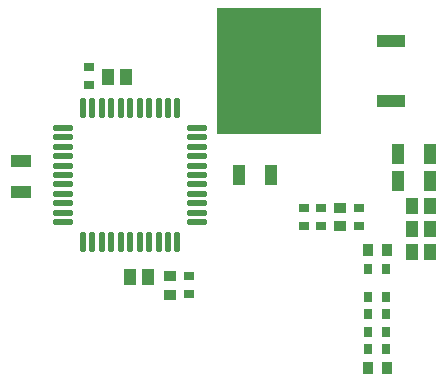
<source format=gtp>
%FSDAX24Y24*%
%MOIN*%
%SFA1B1*%

%IPPOS*%
%ADD10R,0.043300X0.055100*%
%ADD11R,0.035400X0.027600*%
%ADD12R,0.039400X0.037400*%
%ADD13R,0.043300X0.066900*%
%ADD14R,0.066900X0.043300*%
%ADD15R,0.350400X0.419300*%
%ADD16R,0.094500X0.041300*%
%ADD17R,0.037400X0.039400*%
%ADD18R,0.027600X0.035400*%
%ADD19O,0.021700X0.068900*%
%ADD20O,0.068900X0.021700*%
%LNmetr4810_pcb_c_layout-1*%
%LPD*%
G54D10*
X019803Y006529D03*
X020394D03*
X019803Y008068D03*
X020394D03*
X019803Y007299D03*
X020394D03*
X009655Y012350D03*
X010245D03*
X010995Y005700D03*
X010405D03*
G54D11*
X016759Y007995D03*
Y007405D03*
X018041D03*
Y007995D03*
X016186Y007405D03*
Y007995D03*
X009043Y012099D03*
Y012690D03*
X012373Y005723D03*
Y005133D03*
G54D12*
X017400Y008015D03*
Y007385D03*
X011731Y005723D03*
Y005093D03*
G54D13*
X020394Y009800D03*
X019331D03*
X020394Y008896D03*
X019331D03*
X015081Y009100D03*
X014018D03*
G54D14*
X006750Y009582D03*
Y008518D03*
G54D15*
X015025Y012550D03*
G54D16*
X019100Y013550D03*
Y011550D03*
G54D17*
X018945Y002668D03*
X018315D03*
X018965Y006591D03*
X018335D03*
G54D18*
X018926Y005027D03*
X018335D03*
Y003309D03*
X018926D03*
Y005950D03*
X018335D03*
Y004454D03*
X018926D03*
Y003882D03*
X018335D03*
G54D19*
X011975Y011324D03*
X011660D03*
X011345D03*
X011030D03*
X010715D03*
X010400D03*
X010085D03*
X009770D03*
X009455D03*
X009140D03*
X008825D03*
Y006876D03*
X009140D03*
X009455D03*
X009770D03*
X010085D03*
X010400D03*
X010715D03*
X011030D03*
X011345D03*
X011660D03*
X011975D03*
G54D20*
X008176Y010675D03*
Y010360D03*
Y010045D03*
Y009730D03*
Y009415D03*
Y009100D03*
Y008785D03*
Y008470D03*
Y008155D03*
Y007840D03*
Y007525D03*
X012624D03*
Y007840D03*
Y008155D03*
Y008470D03*
Y008785D03*
Y009100D03*
Y009415D03*
Y009730D03*
Y010045D03*
Y010360D03*
Y010675D03*
M02*
</source>
